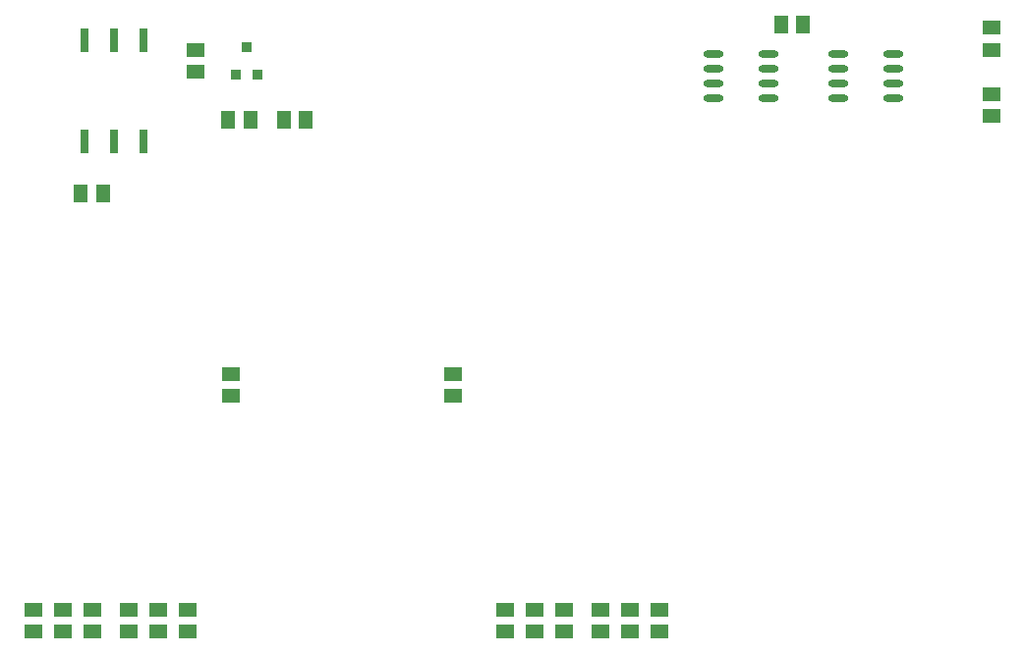
<source format=gtp>
G04*
G04 #@! TF.GenerationSoftware,Altium Limited,Altium Designer,19.1.8 (144)*
G04*
G04 Layer_Color=8421504*
%FSLAX25Y25*%
%MOIN*%
G70*
G01*
G75*
%ADD16R,0.05906X0.05118*%
%ADD17R,0.03543X0.03740*%
%ADD18R,0.03543X0.03740*%
%ADD19R,0.05118X0.05906*%
%ADD20R,0.03150X0.08071*%
%ADD21O,0.06890X0.02362*%
D16*
X80000Y238740D02*
D03*
Y231260D02*
D03*
X227500Y41260D02*
D03*
Y48740D02*
D03*
X350000Y246240D02*
D03*
Y238760D02*
D03*
Y216260D02*
D03*
Y223740D02*
D03*
X35000Y41260D02*
D03*
Y48740D02*
D03*
X67500Y41260D02*
D03*
Y48740D02*
D03*
X195000Y41260D02*
D03*
Y48740D02*
D03*
X57500Y41260D02*
D03*
Y48740D02*
D03*
X25000Y41260D02*
D03*
Y48740D02*
D03*
X77500Y41260D02*
D03*
Y48740D02*
D03*
X45000Y41260D02*
D03*
Y48740D02*
D03*
X92000Y128740D02*
D03*
Y121260D02*
D03*
X185000Y41260D02*
D03*
Y48740D02*
D03*
X217500Y41260D02*
D03*
Y48740D02*
D03*
X167500Y121260D02*
D03*
Y128740D02*
D03*
X237500Y41260D02*
D03*
Y48740D02*
D03*
X205000Y41260D02*
D03*
Y48740D02*
D03*
D17*
X97500Y239626D02*
D03*
X93760Y230374D02*
D03*
D18*
X101240D02*
D03*
D19*
X48740Y190000D02*
D03*
X41260D02*
D03*
X110000Y215000D02*
D03*
X117480D02*
D03*
X98740D02*
D03*
X91260D02*
D03*
X278760Y247500D02*
D03*
X286240D02*
D03*
D20*
X42500Y207776D02*
D03*
X52500D02*
D03*
X62500D02*
D03*
Y242224D02*
D03*
X52500D02*
D03*
X42500D02*
D03*
D21*
X255650Y237500D02*
D03*
Y232500D02*
D03*
Y227500D02*
D03*
Y222500D02*
D03*
X274350Y237500D02*
D03*
Y232500D02*
D03*
Y227500D02*
D03*
Y222500D02*
D03*
X298150Y237500D02*
D03*
Y232500D02*
D03*
Y227500D02*
D03*
Y222500D02*
D03*
X316850Y237500D02*
D03*
Y232500D02*
D03*
Y227500D02*
D03*
Y222500D02*
D03*
M02*

</source>
